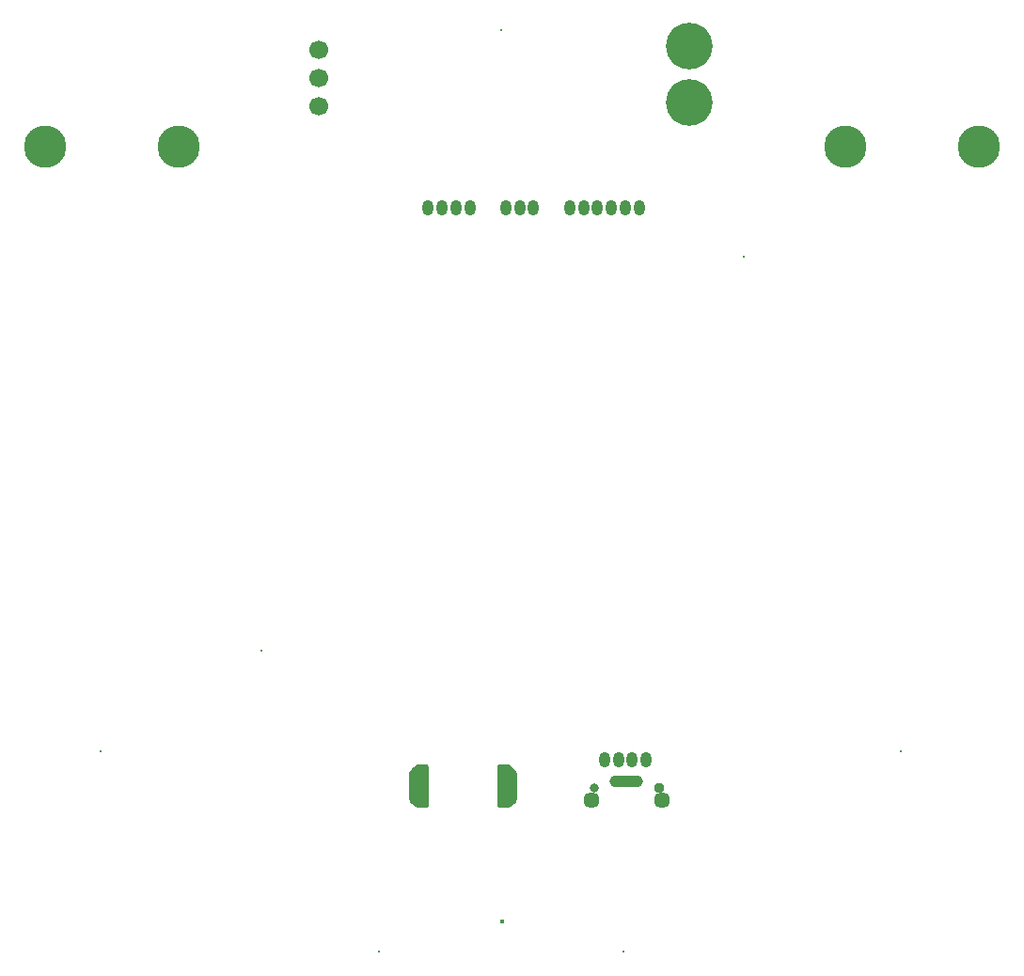
<source format=gbs>
G04*
G04 #@! TF.GenerationSoftware,Altium Limited,Altium Designer,21.2.2 (38)*
G04*
G04 Layer_Color=16711935*
%FSLAX25Y25*%
%MOIN*%
G70*
G04*
G04 #@! TF.SameCoordinates,0FD90602-BBB3-4F14-90EE-D32430874176*
G04*
G04*
G04 #@! TF.FilePolarity,Negative*
G04*
G01*
G75*
%ADD53R,0.00787X0.00787*%
G04:AMPARAMS|DCode=110|XSize=47.24mil|YSize=27.56mil|CornerRadius=0mil|HoleSize=0mil|Usage=FLASHONLY|Rotation=45.000|XOffset=0mil|YOffset=0mil|HoleType=Round|Shape=Round|*
%AMOVALD110*
21,1,0.01968,0.02756,0.00000,0.00000,45.0*
1,1,0.02756,-0.00696,-0.00696*
1,1,0.02756,0.00696,0.00696*
%
%ADD110OVALD110*%

G04:AMPARAMS|DCode=111|XSize=47.24mil|YSize=27.56mil|CornerRadius=0mil|HoleSize=0mil|Usage=FLASHONLY|Rotation=135.000|XOffset=0mil|YOffset=0mil|HoleType=Round|Shape=Round|*
%AMOVALD111*
21,1,0.01968,0.02756,0.00000,0.00000,135.0*
1,1,0.02756,0.00696,-0.00696*
1,1,0.02756,-0.00696,0.00696*
%
%ADD111OVALD111*%

%ADD112O,0.02559X0.01772*%
%ADD119C,0.01772*%
%ADD204C,0.00800*%
%ADD205C,0.16535*%
%ADD206O,0.03937X0.05512*%
%ADD207C,0.14961*%
%ADD208O,0.11811X0.04331*%
%ADD209C,0.03740*%
%ADD210C,0.03150*%
%ADD211C,0.05709*%
%ADD212C,0.06693*%
G36*
X154626Y74316D02*
X154704Y74316D01*
X154704D01*
X154704D01*
X154738Y74314D01*
X154756Y74313D01*
X154756Y74313D01*
X154756D01*
X154781Y74308D01*
X154806Y74303D01*
X154806Y74303D01*
X154806Y74303D01*
X154825Y74296D01*
X154855Y74286D01*
X154855Y74286D01*
X154855Y74286D01*
X155000Y74226D01*
X155000Y74226D01*
X155000Y74226D01*
X155029Y74212D01*
X155046Y74203D01*
X155046Y74203D01*
X155046Y74203D01*
X155072Y74186D01*
X155089Y74174D01*
X155089Y74174D01*
X155089Y74174D01*
X155109Y74157D01*
X155128Y74141D01*
X155128Y74141D01*
X155128Y74140D01*
X155239Y74030D01*
X155273Y73991D01*
X155273Y73991D01*
X155273Y73991D01*
X155287Y73970D01*
X155301Y73948D01*
X155301Y73948D01*
D01*
X155304Y73944D01*
X155324Y73902D01*
X155324Y73902D01*
X155324Y73902D01*
X155384Y73757D01*
X155384Y73757D01*
X155401Y73708D01*
X155408Y73671D01*
X155411Y73657D01*
Y73657D01*
X155411Y73657D01*
X155412Y73633D01*
X155414Y73606D01*
Y73606D01*
Y73606D01*
X155414Y73528D01*
X155414Y73528D01*
X155414Y59551D01*
Y59473D01*
X155413Y59453D01*
X155411Y59421D01*
X155411Y59421D01*
Y59421D01*
X155401Y59371D01*
X155384Y59322D01*
X155384Y59322D01*
X155324Y59177D01*
X155316Y59160D01*
X155302Y59131D01*
X155302Y59131D01*
D01*
X155301Y59130D01*
X155273Y59088D01*
X155273Y59088D01*
X155273Y59088D01*
X155256Y59069D01*
X155239Y59049D01*
X155128Y58939D01*
D01*
D01*
X155128Y58938D01*
X155115Y58927D01*
X155090Y58904D01*
X155047Y58876D01*
D01*
X155047Y58876D01*
X155018Y58862D01*
X155000Y58853D01*
X154856Y58793D01*
X154832Y58785D01*
X154807Y58776D01*
X154797Y58774D01*
X154756Y58766D01*
X154715Y58763D01*
X154705Y58763D01*
X154627Y58763D01*
X154627Y58763D01*
X154626Y58763D01*
X154626D01*
X154626D01*
X152854Y58763D01*
D01*
X152466Y58763D01*
X152453Y58764D01*
X152440D01*
X152427Y58766D01*
X152415Y58767D01*
X152402Y58769D01*
X152389Y58771D01*
X151629Y58922D01*
X151616Y58925D01*
X151603Y58928D01*
X151591Y58932D01*
X151579Y58935D01*
X151567Y58940D01*
X151555Y58945D01*
X150838Y59241D01*
X150827Y59247D01*
X150815Y59252D01*
X150804Y59258D01*
X150792Y59264D01*
X150781Y59271D01*
X150770Y59278D01*
X150125Y59709D01*
X150115Y59716D01*
X150104Y59724D01*
X150095Y59732D01*
X150084Y59740D01*
X150075Y59749D01*
X150066Y59758D01*
X149517Y60306D01*
X149509Y60316D01*
X149500Y60325D01*
X149492Y60335D01*
X149483Y60345D01*
X149476Y60356D01*
X149468Y60366D01*
X149037Y61010D01*
X149031Y61022D01*
X149024Y61032D01*
X149018Y61044D01*
X149012Y61055D01*
X149007Y61067D01*
X149001Y61079D01*
X148704Y61795D01*
X148700Y61807D01*
X148695Y61819D01*
X148692Y61832D01*
X148688Y61844D01*
X148685Y61857D01*
X148682Y61869D01*
X148530Y62629D01*
X148529Y62642D01*
X148526Y62655D01*
X148525Y62668D01*
X148524Y62681D01*
Y62694D01*
X148523Y62707D01*
X148523Y63094D01*
Y63094D01*
Y63094D01*
Y63094D01*
X148523Y69984D01*
X148523Y70372D01*
X148524Y70385D01*
Y70398D01*
X148525Y70411D01*
X148526Y70424D01*
X148529Y70436D01*
X148530Y70449D01*
X148682Y71210D01*
X148685Y71222D01*
X148687Y71235D01*
X148692Y71247D01*
X148695Y71260D01*
X148700Y71272D01*
X148704Y71284D01*
X149001Y72000D01*
X149006Y72012D01*
X149012Y72024D01*
X149018Y72035D01*
X149024Y72047D01*
X149031Y72057D01*
X149037Y72068D01*
X149468Y72713D01*
X149476Y72724D01*
X149483Y72734D01*
X149492Y72744D01*
X149499Y72754D01*
X149509Y72763D01*
X149517Y72773D01*
X150066Y73321D01*
X150075Y73330D01*
X150084Y73339D01*
X150095Y73347D01*
X150104Y73355D01*
X150115Y73362D01*
X150125Y73370D01*
X150770Y73801D01*
X150781Y73808D01*
X150792Y73815D01*
X150804Y73821D01*
X150815Y73827D01*
X150827Y73832D01*
X150838Y73838D01*
X151555Y74135D01*
X151567Y74139D01*
X151579Y74144D01*
X151592Y74147D01*
X151604Y74151D01*
X151616Y74154D01*
X151629Y74157D01*
X152390Y74308D01*
X152402Y74310D01*
X152415Y74313D01*
X152428Y74313D01*
X152441Y74315D01*
X152453D01*
X152466Y74316D01*
X152850D01*
X152850Y74316D01*
X152850Y74316D01*
X152854D01*
X152854Y74316D01*
X154626Y74316D01*
D02*
G37*
G36*
X182480Y74316D02*
X182878Y74316D01*
X182891Y74315D01*
X182904D01*
X182916Y74313D01*
X182929Y74313D01*
X182942Y74310D01*
X182955Y74308D01*
X183734Y74153D01*
X183747Y74150D01*
X183759Y74147D01*
X183772Y74143D01*
X183784Y74140D01*
X183796Y74135D01*
X183808Y74131D01*
X184543Y73827D01*
X184554Y73821D01*
X184566Y73816D01*
X184578Y73809D01*
X184589Y73804D01*
X184600Y73797D01*
X184611Y73790D01*
X185272Y73348D01*
X185282Y73341D01*
X185293Y73334D01*
X185303Y73325D01*
X185313Y73317D01*
X185322Y73308D01*
X185332Y73299D01*
X185894Y72737D01*
X185902Y72728D01*
X185912Y72719D01*
X185919Y72708D01*
X185928Y72699D01*
X185935Y72688D01*
X185943Y72678D01*
X186385Y72017D01*
X186391Y72005D01*
X186398Y71995D01*
X186404Y71983D01*
X186410Y71972D01*
X186415Y71960D01*
X186421Y71948D01*
X186725Y71214D01*
X186729Y71202D01*
X186734Y71190D01*
X186738Y71177D01*
X186742Y71165D01*
X186744Y71152D01*
X186748Y71140D01*
X186903Y70360D01*
X186904Y70347D01*
X186907Y70335D01*
X186908Y70322D01*
X186909Y70309D01*
Y70296D01*
X186910Y70283D01*
X186910Y69887D01*
X186910Y69886D01*
X186910Y63094D01*
Y63094D01*
D01*
Y62707D01*
X186909Y62694D01*
Y62681D01*
X186908Y62668D01*
X186907Y62655D01*
X186905Y62643D01*
X186903Y62630D01*
X186751Y61869D01*
X186748Y61857D01*
X186746Y61844D01*
X186741Y61832D01*
X186738Y61819D01*
X186733Y61807D01*
X186729Y61795D01*
X186432Y61079D01*
X186427Y61067D01*
X186422Y61055D01*
X186415Y61044D01*
X186409Y61032D01*
X186402Y61022D01*
X186396Y61010D01*
X185965Y60365D01*
X185957Y60355D01*
X185950Y60345D01*
X185941Y60335D01*
X185933Y60325D01*
X185924Y60315D01*
X185916Y60306D01*
X185368Y59757D01*
X185358Y59749D01*
X185349Y59740D01*
X185338Y59732D01*
X185329Y59723D01*
X185318Y59716D01*
X185308Y59708D01*
X184663Y59277D01*
X184652Y59271D01*
X184641Y59264D01*
X184629Y59258D01*
X184618Y59252D01*
X184606Y59247D01*
X184595Y59241D01*
X183878Y58944D01*
X183866Y58940D01*
X183854Y58935D01*
X183842Y58932D01*
X183829Y58928D01*
X183817Y58925D01*
X183804Y58922D01*
X183044Y58771D01*
X183031Y58769D01*
X183018Y58766D01*
X183005Y58765D01*
X182992Y58764D01*
X182980D01*
X182967Y58763D01*
X182580D01*
X182579Y58763D01*
X180807Y58763D01*
X180729Y58763D01*
X180729D01*
X180729D01*
X180677Y58766D01*
X180657Y58770D01*
X180627Y58776D01*
X180578Y58793D01*
X180578Y58793D01*
X180433Y58853D01*
X180433Y58853D01*
X180433Y58853D01*
X180413Y58863D01*
X180387Y58876D01*
X180387Y58876D01*
X180387Y58876D01*
X180368Y58888D01*
X180344Y58904D01*
X180344Y58904D01*
X180344D01*
X180339Y58909D01*
X180305Y58938D01*
X180305Y58938D01*
X180305Y58938D01*
X180194Y59049D01*
X180194Y59049D01*
X180194Y59049D01*
X180160Y59088D01*
X180141Y59116D01*
X180132Y59131D01*
X180132Y59131D01*
D01*
X180131Y59132D01*
X180109Y59177D01*
X180109Y59177D01*
X180049Y59322D01*
X180049Y59322D01*
X180033Y59369D01*
X180032Y59371D01*
D01*
X180032Y59371D01*
X180028Y59391D01*
X180022Y59421D01*
X180019Y59473D01*
Y59473D01*
Y59473D01*
X180019Y59551D01*
X180019Y59551D01*
X180019Y73528D01*
Y73528D01*
Y73528D01*
X180019Y73606D01*
X180020Y73623D01*
X180022Y73657D01*
X180032Y73708D01*
D01*
X180032Y73708D01*
X180044Y73742D01*
X180049Y73757D01*
X180049Y73757D01*
X180049Y73757D01*
X180049Y73757D01*
X180109Y73902D01*
X180118Y73920D01*
X180131Y73948D01*
X180160Y73991D01*
X180160Y73991D01*
X180160Y73991D01*
X180182Y74016D01*
X180194Y74029D01*
X180305Y74140D01*
X180305Y74140D01*
X180305Y74140D01*
X180305Y74140D01*
X180306Y74141D01*
X180343Y74174D01*
X180386Y74203D01*
X180386Y74203D01*
X180386Y74203D01*
X180419Y74219D01*
X180433Y74226D01*
X180433Y74226D01*
X180433Y74226D01*
X180433Y74226D01*
X180577Y74286D01*
X180577Y74286D01*
X180626Y74302D01*
X180626Y74303D01*
D01*
X180677Y74313D01*
X180711Y74315D01*
X180728Y74316D01*
X180806Y74316D01*
X180807Y74316D01*
X180807Y74316D01*
X182480Y74316D01*
D02*
G37*
D53*
X224410Y7874D02*
D03*
X137795D02*
D03*
X267323Y254331D02*
D03*
X96063Y114567D02*
D03*
D110*
X151988Y70870D02*
D03*
X183445Y62209D02*
D03*
D111*
X151988D02*
D03*
X183445Y70870D02*
D03*
D112*
X152854Y66539D02*
D03*
X182579D02*
D03*
D119*
X181496Y18504D02*
D03*
D204*
X322835Y78740D02*
D03*
X39370D02*
D03*
X181102Y334646D02*
D03*
D205*
X248031Y309055D02*
D03*
Y328740D02*
D03*
D206*
X155315Y271654D02*
D03*
X160236D02*
D03*
X165157D02*
D03*
X170079D02*
D03*
X217815Y75945D02*
D03*
X222736D02*
D03*
X227658D02*
D03*
X232579D02*
D03*
X205512Y271654D02*
D03*
X210433D02*
D03*
X215354D02*
D03*
X220276D02*
D03*
X225197D02*
D03*
X230118D02*
D03*
X182874D02*
D03*
X192717D02*
D03*
X187795D02*
D03*
D207*
X66929Y293307D02*
D03*
X19685D02*
D03*
X350394D02*
D03*
X303150D02*
D03*
D208*
X225689Y68209D02*
D03*
D209*
X237205Y66043D02*
D03*
D210*
X214173D02*
D03*
D211*
X238209Y61516D02*
D03*
X213169D02*
D03*
D212*
X116535Y307716D02*
D03*
Y327716D02*
D03*
Y317717D02*
D03*
M02*

</source>
